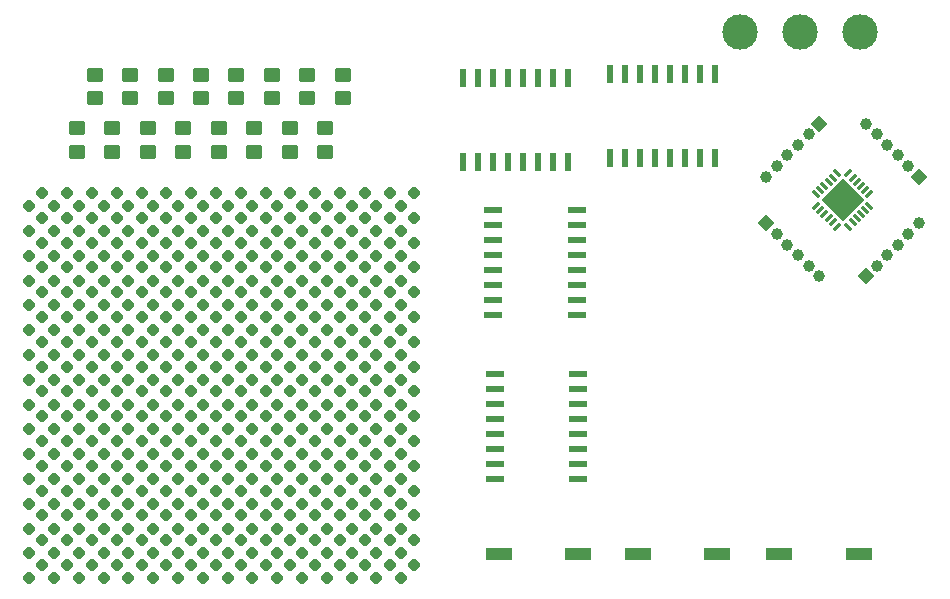
<source format=gbr>
%TF.GenerationSoftware,KiCad,Pcbnew,(6.0.5)*%
%TF.CreationDate,2022-07-14T17:11:25-07:00*%
%TF.ProjectId,PCBbuscard,50434262-7573-4636-9172-642e6b696361,rev?*%
%TF.SameCoordinates,Original*%
%TF.FileFunction,Soldermask,Top*%
%TF.FilePolarity,Negative*%
%FSLAX46Y46*%
G04 Gerber Fmt 4.6, Leading zero omitted, Abs format (unit mm)*
G04 Created by KiCad (PCBNEW (6.0.5)) date 2022-07-14 17:11:25*
%MOMM*%
%LPD*%
G01*
G04 APERTURE LIST*
G04 Aperture macros list*
%AMRoundRect*
0 Rectangle with rounded corners*
0 $1 Rounding radius*
0 $2 $3 $4 $5 $6 $7 $8 $9 X,Y pos of 4 corners*
0 Add a 4 corners polygon primitive as box body*
4,1,4,$2,$3,$4,$5,$6,$7,$8,$9,$2,$3,0*
0 Add four circle primitives for the rounded corners*
1,1,$1+$1,$2,$3*
1,1,$1+$1,$4,$5*
1,1,$1+$1,$6,$7*
1,1,$1+$1,$8,$9*
0 Add four rect primitives between the rounded corners*
20,1,$1+$1,$2,$3,$4,$5,0*
20,1,$1+$1,$4,$5,$6,$7,0*
20,1,$1+$1,$6,$7,$8,$9,0*
20,1,$1+$1,$8,$9,$2,$3,0*%
%AMHorizOval*
0 Thick line with rounded ends*
0 $1 width*
0 $2 $3 position (X,Y) of the first rounded end (center of the circle)*
0 $4 $5 position (X,Y) of the second rounded end (center of the circle)*
0 Add line between two ends*
20,1,$1,$2,$3,$4,$5,0*
0 Add two circle primitives to create the rounded ends*
1,1,$1,$2,$3*
1,1,$1,$4,$5*%
%AMRotRect*
0 Rectangle, with rotation*
0 The origin of the aperture is its center*
0 $1 length*
0 $2 width*
0 $3 Rotation angle, in degrees counterclockwise*
0 Add horizontal line*
21,1,$1,$2,0,0,$3*%
G04 Aperture macros list end*
%ADD10C,3.000000*%
%ADD11RoundRect,0.218750X0.026517X-0.335876X0.335876X-0.026517X-0.026517X0.335876X-0.335876X0.026517X0*%
%ADD12R,2.160000X1.120000*%
%ADD13RoundRect,0.250000X-0.450000X0.350000X-0.450000X-0.350000X0.450000X-0.350000X0.450000X0.350000X0*%
%ADD14R,1.500000X0.600000*%
%ADD15R,0.600000X1.500000*%
%ADD16RotRect,1.000000X1.000000X45.000000*%
%ADD17HorizOval,1.000000X0.000000X0.000000X0.000000X0.000000X0*%
%ADD18RotRect,1.000000X1.000000X315.000000*%
%ADD19HorizOval,1.000000X0.000000X0.000000X0.000000X0.000000X0*%
%ADD20RotRect,1.000000X1.000000X135.000000*%
%ADD21HorizOval,1.000000X0.000000X0.000000X0.000000X0.000000X0*%
%ADD22RoundRect,0.062500X0.291682X-0.203293X-0.203293X0.291682X-0.291682X0.203293X0.203293X-0.291682X0*%
%ADD23RoundRect,0.062500X0.291682X0.203293X0.203293X0.291682X-0.291682X-0.203293X-0.203293X-0.291682X0*%
%ADD24RotRect,2.600000X2.600000X135.000000*%
%ADD25RotRect,1.000000X1.000000X225.000000*%
%ADD26HorizOval,1.000000X0.000000X0.000000X0.000000X0.000000X0*%
G04 APERTURE END LIST*
D10*
%TO.C,TP1*%
X171380000Y-78750000D03*
%TD*%
%TO.C,TP2*%
X166300000Y-78750000D03*
%TD*%
%TO.C,TP3*%
X176460000Y-78750000D03*
%TD*%
D11*
%TO.C,D190*%
X133423153Y-116616847D03*
X134536847Y-115503153D03*
%TD*%
%TO.C,D7*%
X118723153Y-93516847D03*
X119836847Y-92403153D03*
%TD*%
%TO.C,D32*%
X137623153Y-95616847D03*
X138736847Y-94503153D03*
%TD*%
D12*
%TO.C,SW1*%
X152590000Y-123000000D03*
X145860000Y-123000000D03*
%TD*%
D11*
%TO.C,D69*%
X114523153Y-101916847D03*
X115636847Y-100803153D03*
%TD*%
%TO.C,D36*%
X112423153Y-97716847D03*
X113536847Y-96603153D03*
%TD*%
%TO.C,D129*%
X106123153Y-110316847D03*
X107236847Y-109203153D03*
%TD*%
%TO.C,D155*%
X127123153Y-112416847D03*
X128236847Y-111303153D03*
%TD*%
%TO.C,D132*%
X112423153Y-110316847D03*
X113536847Y-109203153D03*
%TD*%
%TO.C,D227*%
X110323153Y-122916847D03*
X111436847Y-121803153D03*
%TD*%
%TO.C,D28*%
X129223153Y-95616847D03*
X130336847Y-94503153D03*
%TD*%
%TO.C,D58*%
X125023153Y-99816847D03*
X126136847Y-98703153D03*
%TD*%
D13*
%TO.C,R12*%
X116175001Y-86900000D03*
X116175001Y-88900000D03*
%TD*%
D11*
%TO.C,D181*%
X114523153Y-116616847D03*
X115636847Y-115503153D03*
%TD*%
%TO.C,D163*%
X110323153Y-114516847D03*
X111436847Y-113403153D03*
%TD*%
%TO.C,D204*%
X129223153Y-118716847D03*
X130336847Y-117603153D03*
%TD*%
%TO.C,D235*%
X127123153Y-122916847D03*
X128236847Y-121803153D03*
%TD*%
%TO.C,D11*%
X127123153Y-93516847D03*
X128236847Y-92403153D03*
%TD*%
%TO.C,D164*%
X112423153Y-114516847D03*
X113536847Y-113403153D03*
%TD*%
%TO.C,D84*%
X112423153Y-104016847D03*
X113536847Y-102903153D03*
%TD*%
%TO.C,D38*%
X116623153Y-97716847D03*
X117736847Y-96603153D03*
%TD*%
%TO.C,D225*%
X106123153Y-122916847D03*
X107236847Y-121803153D03*
%TD*%
%TO.C,D186*%
X125023153Y-116616847D03*
X126136847Y-115503153D03*
%TD*%
%TO.C,D191*%
X135523153Y-116616847D03*
X136636847Y-115503153D03*
%TD*%
%TO.C,D1*%
X106123153Y-93516847D03*
X107236847Y-92403153D03*
%TD*%
%TO.C,D120*%
X120823153Y-108216847D03*
X121936847Y-107103153D03*
%TD*%
%TO.C,D18*%
X108223153Y-95616847D03*
X109336847Y-94503153D03*
%TD*%
D14*
%TO.C,U4*%
X145525000Y-107705000D03*
X145525000Y-108975000D03*
X145525000Y-110245000D03*
X145525000Y-111515000D03*
X145525000Y-112785000D03*
X145525000Y-114055000D03*
X145525000Y-115325000D03*
X145525000Y-116595000D03*
X152625000Y-116595000D03*
X152625000Y-115325000D03*
X152625000Y-114055000D03*
X152625000Y-112785000D03*
X152625000Y-111515000D03*
X152625000Y-110245000D03*
X152625000Y-108975000D03*
X152625000Y-107705000D03*
%TD*%
D11*
%TO.C,D184*%
X120823153Y-116616847D03*
X121936847Y-115503153D03*
%TD*%
%TO.C,D171*%
X127123153Y-114516847D03*
X128236847Y-113403153D03*
%TD*%
%TO.C,D65*%
X106123153Y-101916847D03*
X107236847Y-100803153D03*
%TD*%
%TO.C,D26*%
X125023153Y-95616847D03*
X126136847Y-94503153D03*
%TD*%
%TO.C,D57*%
X122923153Y-99816847D03*
X124036847Y-98703153D03*
%TD*%
%TO.C,D195*%
X110323153Y-118716847D03*
X111436847Y-117603153D03*
%TD*%
%TO.C,D97*%
X106123153Y-106116847D03*
X107236847Y-105003153D03*
%TD*%
%TO.C,D168*%
X120823153Y-114516847D03*
X121936847Y-113403153D03*
%TD*%
%TO.C,D179*%
X110323153Y-116616847D03*
X111436847Y-115503153D03*
%TD*%
%TO.C,D72*%
X120823153Y-101916847D03*
X121936847Y-100803153D03*
%TD*%
%TO.C,D220*%
X129223153Y-120816847D03*
X130336847Y-119703153D03*
%TD*%
%TO.C,D143*%
X135523153Y-110316847D03*
X136636847Y-109203153D03*
%TD*%
%TO.C,D8*%
X120823153Y-93516847D03*
X121936847Y-92403153D03*
%TD*%
%TO.C,D112*%
X137623153Y-106116847D03*
X138736847Y-105003153D03*
%TD*%
%TO.C,D255*%
X135523153Y-125016847D03*
X136636847Y-123903153D03*
%TD*%
%TO.C,D252*%
X129223153Y-125016847D03*
X130336847Y-123903153D03*
%TD*%
%TO.C,D60*%
X129223153Y-99816847D03*
X130336847Y-98703153D03*
%TD*%
%TO.C,D165*%
X114523153Y-114516847D03*
X115636847Y-113403153D03*
%TD*%
%TO.C,D148*%
X112423153Y-112416847D03*
X113536847Y-111303153D03*
%TD*%
%TO.C,D35*%
X110323153Y-97716847D03*
X111436847Y-96603153D03*
%TD*%
%TO.C,D210*%
X108223153Y-120816847D03*
X109336847Y-119703153D03*
%TD*%
%TO.C,D152*%
X120823153Y-112416847D03*
X121936847Y-111303153D03*
%TD*%
%TO.C,D105*%
X122923153Y-106116847D03*
X124036847Y-105003153D03*
%TD*%
%TO.C,D150*%
X116623153Y-112416847D03*
X117736847Y-111303153D03*
%TD*%
%TO.C,D228*%
X112423153Y-122916847D03*
X113536847Y-121803153D03*
%TD*%
%TO.C,D238*%
X133423153Y-122916847D03*
X134536847Y-121803153D03*
%TD*%
%TO.C,D153*%
X122923153Y-112416847D03*
X124036847Y-111303153D03*
%TD*%
%TO.C,D248*%
X120823153Y-125016847D03*
X121936847Y-123903153D03*
%TD*%
%TO.C,D200*%
X120823153Y-118716847D03*
X121936847Y-117603153D03*
%TD*%
%TO.C,D250*%
X125023153Y-125016847D03*
X126136847Y-123903153D03*
%TD*%
%TO.C,D211*%
X110323153Y-120816847D03*
X111436847Y-119703153D03*
%TD*%
D13*
%TO.C,R7*%
X123675000Y-82400000D03*
X123675000Y-84400000D03*
%TD*%
D11*
%TO.C,D182*%
X116623153Y-116616847D03*
X117736847Y-115503153D03*
%TD*%
%TO.C,D122*%
X125023153Y-108216847D03*
X126136847Y-107103153D03*
%TD*%
D12*
%TO.C,SW3*%
X176365000Y-123000000D03*
X169635000Y-123000000D03*
%TD*%
D11*
%TO.C,D128*%
X137623153Y-108216847D03*
X138736847Y-107103153D03*
%TD*%
%TO.C,D202*%
X125023153Y-118716847D03*
X126136847Y-117603153D03*
%TD*%
%TO.C,D223*%
X135523153Y-120816847D03*
X136636847Y-119703153D03*
%TD*%
%TO.C,D208*%
X137623153Y-118716847D03*
X138736847Y-117603153D03*
%TD*%
%TO.C,D6*%
X116623153Y-93516847D03*
X117736847Y-92403153D03*
%TD*%
%TO.C,D149*%
X114523153Y-112416847D03*
X115636847Y-111303153D03*
%TD*%
%TO.C,D2*%
X108223153Y-93516847D03*
X109336847Y-92403153D03*
%TD*%
%TO.C,D118*%
X116623153Y-108216847D03*
X117736847Y-107103153D03*
%TD*%
%TO.C,D70*%
X116623153Y-101916847D03*
X117736847Y-100803153D03*
%TD*%
%TO.C,D170*%
X125023153Y-114516847D03*
X126136847Y-113403153D03*
%TD*%
%TO.C,D131*%
X110323153Y-110316847D03*
X111436847Y-109203153D03*
%TD*%
%TO.C,D147*%
X110323153Y-112416847D03*
X111436847Y-111303153D03*
%TD*%
%TO.C,D61*%
X132436847Y-98703153D03*
X131323153Y-99816847D03*
%TD*%
%TO.C,D175*%
X135523153Y-114516847D03*
X136636847Y-113403153D03*
%TD*%
%TO.C,D139*%
X127123153Y-110316847D03*
X128236847Y-109203153D03*
%TD*%
%TO.C,D240*%
X137623153Y-122916847D03*
X138736847Y-121803153D03*
%TD*%
%TO.C,D127*%
X135523153Y-108216847D03*
X136636847Y-107103153D03*
%TD*%
%TO.C,D50*%
X108223153Y-99816847D03*
X109336847Y-98703153D03*
%TD*%
%TO.C,D205*%
X132436847Y-117603153D03*
X131323153Y-118716847D03*
%TD*%
%TO.C,D154*%
X125023153Y-112416847D03*
X126136847Y-111303153D03*
%TD*%
%TO.C,D90*%
X125023153Y-104016847D03*
X126136847Y-102903153D03*
%TD*%
%TO.C,D229*%
X114523153Y-122916847D03*
X115636847Y-121803153D03*
%TD*%
%TO.C,D16*%
X137623153Y-93516847D03*
X138736847Y-92403153D03*
%TD*%
%TO.C,D251*%
X127123153Y-125016847D03*
X128236847Y-123903153D03*
%TD*%
%TO.C,D41*%
X122923153Y-97716847D03*
X124036847Y-96603153D03*
%TD*%
%TO.C,D124*%
X129223153Y-108216847D03*
X130336847Y-107103153D03*
%TD*%
%TO.C,D3*%
X110323153Y-93516847D03*
X111436847Y-92403153D03*
%TD*%
%TO.C,D46*%
X133423153Y-97716847D03*
X134536847Y-96603153D03*
%TD*%
D13*
%TO.C,R2*%
X131175000Y-86900000D03*
X131175000Y-88900000D03*
%TD*%
D11*
%TO.C,D206*%
X133423153Y-118716847D03*
X134536847Y-117603153D03*
%TD*%
%TO.C,D162*%
X108223153Y-114516847D03*
X109336847Y-113403153D03*
%TD*%
%TO.C,D13*%
X132436847Y-92403153D03*
X131323153Y-93516847D03*
%TD*%
%TO.C,D207*%
X135523153Y-118716847D03*
X136636847Y-117603153D03*
%TD*%
%TO.C,D233*%
X122923153Y-122916847D03*
X124036847Y-121803153D03*
%TD*%
%TO.C,D103*%
X118723153Y-106116847D03*
X119836847Y-105003153D03*
%TD*%
%TO.C,D83*%
X110323153Y-104016847D03*
X111436847Y-102903153D03*
%TD*%
%TO.C,D29*%
X132436847Y-94503153D03*
X131323153Y-95616847D03*
%TD*%
%TO.C,D123*%
X127123153Y-108216847D03*
X128236847Y-107103153D03*
%TD*%
%TO.C,D55*%
X118723153Y-99816847D03*
X119836847Y-98703153D03*
%TD*%
%TO.C,D87*%
X118723153Y-104016847D03*
X119836847Y-102903153D03*
%TD*%
%TO.C,D231*%
X118723153Y-122916847D03*
X119836847Y-121803153D03*
%TD*%
%TO.C,D62*%
X133423153Y-99816847D03*
X134536847Y-98703153D03*
%TD*%
%TO.C,D116*%
X112423153Y-108216847D03*
X113536847Y-107103153D03*
%TD*%
%TO.C,D31*%
X135523153Y-95616847D03*
X136636847Y-94503153D03*
%TD*%
%TO.C,D88*%
X120823153Y-104016847D03*
X121936847Y-102903153D03*
%TD*%
%TO.C,D161*%
X106123153Y-114516847D03*
X107236847Y-113403153D03*
%TD*%
%TO.C,D85*%
X114523153Y-104016847D03*
X115636847Y-102903153D03*
%TD*%
%TO.C,D215*%
X118723153Y-120816847D03*
X119836847Y-119703153D03*
%TD*%
%TO.C,D203*%
X127123153Y-118716847D03*
X128236847Y-117603153D03*
%TD*%
%TO.C,D101*%
X114523153Y-106116847D03*
X115636847Y-105003153D03*
%TD*%
%TO.C,D10*%
X125023153Y-93516847D03*
X126136847Y-92403153D03*
%TD*%
%TO.C,D27*%
X127123153Y-95616847D03*
X128236847Y-94503153D03*
%TD*%
%TO.C,D114*%
X108223153Y-108216847D03*
X109336847Y-107103153D03*
%TD*%
%TO.C,D253*%
X132436847Y-123903153D03*
X131323153Y-125016847D03*
%TD*%
%TO.C,D82*%
X108223153Y-104016847D03*
X109336847Y-102903153D03*
%TD*%
%TO.C,D109*%
X132436847Y-105003153D03*
X131323153Y-106116847D03*
%TD*%
%TO.C,D236*%
X129223153Y-122916847D03*
X130336847Y-121803153D03*
%TD*%
%TO.C,D226*%
X108223153Y-122916847D03*
X109336847Y-121803153D03*
%TD*%
%TO.C,D232*%
X120823153Y-122916847D03*
X121936847Y-121803153D03*
%TD*%
%TO.C,D74*%
X125023153Y-101916847D03*
X126136847Y-100803153D03*
%TD*%
D13*
%TO.C,R9*%
X120675001Y-82400000D03*
X120675001Y-84400000D03*
%TD*%
D11*
%TO.C,D67*%
X110323153Y-101916847D03*
X111436847Y-100803153D03*
%TD*%
%TO.C,D33*%
X106123153Y-97716847D03*
X107236847Y-96603153D03*
%TD*%
%TO.C,D140*%
X129223153Y-110316847D03*
X130336847Y-109203153D03*
%TD*%
%TO.C,D71*%
X118723153Y-101916847D03*
X119836847Y-100803153D03*
%TD*%
%TO.C,D66*%
X108223153Y-101916847D03*
X109336847Y-100803153D03*
%TD*%
%TO.C,D104*%
X120823153Y-106116847D03*
X121936847Y-105003153D03*
%TD*%
%TO.C,D209*%
X106123153Y-120816847D03*
X107236847Y-119703153D03*
%TD*%
%TO.C,D78*%
X133423153Y-101916847D03*
X134536847Y-100803153D03*
%TD*%
D15*
%TO.C,U1*%
X164170000Y-82325000D03*
X162900000Y-82325000D03*
X161630000Y-82325000D03*
X160360000Y-82325000D03*
X159090000Y-82325000D03*
X157820000Y-82325000D03*
X156550000Y-82325000D03*
X155280000Y-82325000D03*
X155280000Y-89425000D03*
X156550000Y-89425000D03*
X157820000Y-89425000D03*
X159090000Y-89425000D03*
X160360000Y-89425000D03*
X161630000Y-89425000D03*
X162900000Y-89425000D03*
X164170000Y-89425000D03*
%TD*%
D11*
%TO.C,D136*%
X120823153Y-110316847D03*
X121936847Y-109203153D03*
%TD*%
%TO.C,D99*%
X110323153Y-106116847D03*
X111436847Y-105003153D03*
%TD*%
%TO.C,D102*%
X116623153Y-106116847D03*
X117736847Y-105003153D03*
%TD*%
%TO.C,D111*%
X135523153Y-106116847D03*
X136636847Y-105003153D03*
%TD*%
%TO.C,D135*%
X118723153Y-110316847D03*
X119836847Y-109203153D03*
%TD*%
D16*
%TO.C,J15*%
X168529973Y-94979899D03*
D17*
X169427999Y-95877925D03*
X170326024Y-96775950D03*
X171224050Y-97673976D03*
X172122075Y-98572001D03*
X173020101Y-99470027D03*
%TD*%
D11*
%TO.C,D37*%
X114523153Y-97716847D03*
X115636847Y-96603153D03*
%TD*%
%TO.C,D241*%
X106123153Y-125016847D03*
X107236847Y-123903153D03*
%TD*%
D13*
%TO.C,R11*%
X117675001Y-82400000D03*
X117675001Y-84400000D03*
%TD*%
D18*
%TO.C,J18*%
X173020101Y-86529973D03*
D19*
X172122075Y-87427999D03*
X171224050Y-88326024D03*
X170326024Y-89224050D03*
X169427999Y-90122075D03*
X168529973Y-91020101D03*
%TD*%
D11*
%TO.C,D53*%
X114523153Y-99816847D03*
X115636847Y-98703153D03*
%TD*%
%TO.C,D15*%
X135523153Y-93516847D03*
X136636847Y-92403153D03*
%TD*%
D14*
%TO.C,U3*%
X145375000Y-93855000D03*
X145375000Y-95125000D03*
X145375000Y-96395000D03*
X145375000Y-97665000D03*
X145375000Y-98935000D03*
X145375000Y-100205000D03*
X145375000Y-101475000D03*
X145375000Y-102745000D03*
X152475000Y-102745000D03*
X152475000Y-101475000D03*
X152475000Y-100205000D03*
X152475000Y-98935000D03*
X152475000Y-97665000D03*
X152475000Y-96395000D03*
X152475000Y-95125000D03*
X152475000Y-93855000D03*
%TD*%
D11*
%TO.C,D4*%
X112423153Y-93516847D03*
X113536847Y-92403153D03*
%TD*%
%TO.C,D100*%
X112423153Y-106116847D03*
X113536847Y-105003153D03*
%TD*%
D13*
%TO.C,R6*%
X125175001Y-86900000D03*
X125175001Y-88900000D03*
%TD*%
D11*
%TO.C,D187*%
X127123153Y-116616847D03*
X128236847Y-115503153D03*
%TD*%
%TO.C,D56*%
X120823153Y-99816847D03*
X121936847Y-98703153D03*
%TD*%
%TO.C,D24*%
X120823153Y-95616847D03*
X121936847Y-94503153D03*
%TD*%
%TO.C,D166*%
X116623153Y-114516847D03*
X117736847Y-113403153D03*
%TD*%
%TO.C,D249*%
X122923153Y-125016847D03*
X124036847Y-123903153D03*
%TD*%
%TO.C,D68*%
X112423153Y-101916847D03*
X113536847Y-100803153D03*
%TD*%
D13*
%TO.C,R8*%
X122174999Y-86900000D03*
X122174999Y-88900000D03*
%TD*%
D11*
%TO.C,D224*%
X137623153Y-120816847D03*
X138736847Y-119703153D03*
%TD*%
%TO.C,D158*%
X133423153Y-112416847D03*
X134536847Y-111303153D03*
%TD*%
%TO.C,D246*%
X116623153Y-125016847D03*
X117736847Y-123903153D03*
%TD*%
%TO.C,D75*%
X127123153Y-101916847D03*
X128236847Y-100803153D03*
%TD*%
%TO.C,D119*%
X118723153Y-108216847D03*
X119836847Y-107103153D03*
%TD*%
%TO.C,D198*%
X116623153Y-118716847D03*
X117736847Y-117603153D03*
%TD*%
%TO.C,D176*%
X137623153Y-114516847D03*
X138736847Y-113403153D03*
%TD*%
%TO.C,D9*%
X122923153Y-93516847D03*
X124036847Y-92403153D03*
%TD*%
%TO.C,D137*%
X122923153Y-110316847D03*
X124036847Y-109203153D03*
%TD*%
%TO.C,D43*%
X127123153Y-97716847D03*
X128236847Y-96603153D03*
%TD*%
%TO.C,D63*%
X135523153Y-99816847D03*
X136636847Y-98703153D03*
%TD*%
%TO.C,D174*%
X133423153Y-114516847D03*
X134536847Y-113403153D03*
%TD*%
%TO.C,D92*%
X129223153Y-104016847D03*
X130336847Y-102903153D03*
%TD*%
%TO.C,D185*%
X122923153Y-116616847D03*
X124036847Y-115503153D03*
%TD*%
%TO.C,D142*%
X133423153Y-110316847D03*
X134536847Y-109203153D03*
%TD*%
%TO.C,D193*%
X106123153Y-118716847D03*
X107236847Y-117603153D03*
%TD*%
%TO.C,D40*%
X120823153Y-97716847D03*
X121936847Y-96603153D03*
%TD*%
%TO.C,D244*%
X112423153Y-125016847D03*
X113536847Y-123903153D03*
%TD*%
%TO.C,D94*%
X133423153Y-104016847D03*
X134536847Y-102903153D03*
%TD*%
%TO.C,D243*%
X110323153Y-125016847D03*
X111436847Y-123903153D03*
%TD*%
%TO.C,D216*%
X120823153Y-120816847D03*
X121936847Y-119703153D03*
%TD*%
%TO.C,D156*%
X129223153Y-112416847D03*
X130336847Y-111303153D03*
%TD*%
%TO.C,D14*%
X133423153Y-93516847D03*
X134536847Y-92403153D03*
%TD*%
%TO.C,D239*%
X135523153Y-122916847D03*
X136636847Y-121803153D03*
%TD*%
%TO.C,D177*%
X106123153Y-116616847D03*
X107236847Y-115503153D03*
%TD*%
%TO.C,D245*%
X114523153Y-125016847D03*
X115636847Y-123903153D03*
%TD*%
%TO.C,D230*%
X116623153Y-122916847D03*
X117736847Y-121803153D03*
%TD*%
%TO.C,D222*%
X133423153Y-120816847D03*
X134536847Y-119703153D03*
%TD*%
%TO.C,D51*%
X110323153Y-99816847D03*
X111436847Y-98703153D03*
%TD*%
%TO.C,D167*%
X118723153Y-114516847D03*
X119836847Y-113403153D03*
%TD*%
%TO.C,D76*%
X129223153Y-101916847D03*
X130336847Y-100803153D03*
%TD*%
%TO.C,D138*%
X125023153Y-110316847D03*
X126136847Y-109203153D03*
%TD*%
D13*
%TO.C,R13*%
X114675001Y-82400000D03*
X114675001Y-84400000D03*
%TD*%
D11*
%TO.C,D77*%
X132436847Y-100803153D03*
X131323153Y-101916847D03*
%TD*%
%TO.C,D23*%
X118723153Y-95616847D03*
X119836847Y-94503153D03*
%TD*%
%TO.C,D81*%
X106123153Y-104016847D03*
X107236847Y-102903153D03*
%TD*%
%TO.C,D172*%
X129223153Y-114516847D03*
X130336847Y-113403153D03*
%TD*%
%TO.C,D213*%
X114523153Y-120816847D03*
X115636847Y-119703153D03*
%TD*%
%TO.C,D247*%
X118723153Y-125016847D03*
X119836847Y-123903153D03*
%TD*%
%TO.C,D146*%
X108223153Y-112416847D03*
X109336847Y-111303153D03*
%TD*%
%TO.C,D44*%
X129223153Y-97716847D03*
X130336847Y-96603153D03*
%TD*%
%TO.C,D79*%
X135523153Y-101916847D03*
X136636847Y-100803153D03*
%TD*%
%TO.C,D145*%
X106123153Y-112416847D03*
X107236847Y-111303153D03*
%TD*%
D15*
%TO.C,U2*%
X151745000Y-82650000D03*
X150475000Y-82650000D03*
X149205000Y-82650000D03*
X147935000Y-82650000D03*
X146665000Y-82650000D03*
X145395000Y-82650000D03*
X144125000Y-82650000D03*
X142855000Y-82650000D03*
X142855000Y-89750000D03*
X144125000Y-89750000D03*
X145395000Y-89750000D03*
X146665000Y-89750000D03*
X147935000Y-89750000D03*
X149205000Y-89750000D03*
X150475000Y-89750000D03*
X151745000Y-89750000D03*
%TD*%
D11*
%TO.C,D126*%
X133423153Y-108216847D03*
X134536847Y-107103153D03*
%TD*%
%TO.C,D256*%
X137623153Y-125016847D03*
X138736847Y-123903153D03*
%TD*%
D13*
%TO.C,R10*%
X119175001Y-86900000D03*
X119175001Y-88900000D03*
%TD*%
D11*
%TO.C,D42*%
X125023153Y-97716847D03*
X126136847Y-96603153D03*
%TD*%
%TO.C,D107*%
X127123153Y-106116847D03*
X128236847Y-105003153D03*
%TD*%
%TO.C,D160*%
X137623153Y-112416847D03*
X138736847Y-111303153D03*
%TD*%
%TO.C,D95*%
X135523153Y-104016847D03*
X136636847Y-102903153D03*
%TD*%
%TO.C,D242*%
X108223153Y-125016847D03*
X109336847Y-123903153D03*
%TD*%
D13*
%TO.C,R3*%
X129675001Y-82400000D03*
X129675001Y-84400000D03*
%TD*%
D11*
%TO.C,D52*%
X112423153Y-99816847D03*
X113536847Y-98703153D03*
%TD*%
%TO.C,D221*%
X132436847Y-119703153D03*
X131323153Y-120816847D03*
%TD*%
D13*
%TO.C,R5*%
X126675001Y-82400000D03*
X126675001Y-84400000D03*
%TD*%
D11*
%TO.C,D117*%
X114523153Y-108216847D03*
X115636847Y-107103153D03*
%TD*%
%TO.C,D108*%
X129223153Y-106116847D03*
X130336847Y-105003153D03*
%TD*%
%TO.C,D110*%
X133423153Y-106116847D03*
X134536847Y-105003153D03*
%TD*%
%TO.C,D86*%
X116623153Y-104016847D03*
X117736847Y-102903153D03*
%TD*%
%TO.C,D30*%
X133423153Y-95616847D03*
X134536847Y-94503153D03*
%TD*%
%TO.C,D54*%
X116623153Y-99816847D03*
X117736847Y-98703153D03*
%TD*%
%TO.C,D197*%
X114523153Y-118716847D03*
X115636847Y-117603153D03*
%TD*%
%TO.C,D183*%
X118723153Y-116616847D03*
X119836847Y-115503153D03*
%TD*%
D13*
%TO.C,R1*%
X132675001Y-82400000D03*
X132675001Y-84400000D03*
%TD*%
D11*
%TO.C,D237*%
X132436847Y-121803153D03*
X131323153Y-122916847D03*
%TD*%
%TO.C,D234*%
X125023153Y-122916847D03*
X126136847Y-121803153D03*
%TD*%
%TO.C,D22*%
X116623153Y-95616847D03*
X117736847Y-94503153D03*
%TD*%
%TO.C,D188*%
X129223153Y-116616847D03*
X130336847Y-115503153D03*
%TD*%
%TO.C,D80*%
X137623153Y-101916847D03*
X138736847Y-100803153D03*
%TD*%
%TO.C,D254*%
X133423153Y-125016847D03*
X134536847Y-123903153D03*
%TD*%
%TO.C,D5*%
X114523153Y-93516847D03*
X115636847Y-92403153D03*
%TD*%
%TO.C,D196*%
X112423153Y-118716847D03*
X113536847Y-117603153D03*
%TD*%
%TO.C,D113*%
X106123153Y-108216847D03*
X107236847Y-107103153D03*
%TD*%
%TO.C,D219*%
X127123153Y-120816847D03*
X128236847Y-119703153D03*
%TD*%
%TO.C,D73*%
X122923153Y-101916847D03*
X124036847Y-100803153D03*
%TD*%
%TO.C,D25*%
X122923153Y-95616847D03*
X124036847Y-94503153D03*
%TD*%
%TO.C,D214*%
X116623153Y-120816847D03*
X117736847Y-119703153D03*
%TD*%
%TO.C,D141*%
X132436847Y-109203153D03*
X131323153Y-110316847D03*
%TD*%
%TO.C,D91*%
X127123153Y-104016847D03*
X128236847Y-102903153D03*
%TD*%
%TO.C,D159*%
X135523153Y-112416847D03*
X136636847Y-111303153D03*
%TD*%
D13*
%TO.C,R4*%
X128175001Y-88900000D03*
X128175001Y-86900000D03*
%TD*%
D20*
%TO.C,J7*%
X176979900Y-99470028D03*
D21*
X177877926Y-98572002D03*
X178775951Y-97673977D03*
X179673977Y-96775951D03*
X180572002Y-95877926D03*
X181470028Y-94979900D03*
%TD*%
D11*
%TO.C,D89*%
X122923153Y-104016847D03*
X124036847Y-102903153D03*
%TD*%
%TO.C,D199*%
X118723153Y-118716847D03*
X119836847Y-117603153D03*
%TD*%
D13*
%TO.C,R15*%
X111675001Y-82400000D03*
X111675001Y-84400000D03*
%TD*%
D11*
%TO.C,D144*%
X137623153Y-110316847D03*
X138736847Y-109203153D03*
%TD*%
%TO.C,D39*%
X118723153Y-97716847D03*
X119836847Y-96603153D03*
%TD*%
%TO.C,D189*%
X132436847Y-115503153D03*
X131323153Y-116616847D03*
%TD*%
%TO.C,D106*%
X125023153Y-106116847D03*
X126136847Y-105003153D03*
%TD*%
%TO.C,D212*%
X112423153Y-120816847D03*
X113536847Y-119703153D03*
%TD*%
%TO.C,D180*%
X112423153Y-116616847D03*
X113536847Y-115503153D03*
%TD*%
D13*
%TO.C,R14*%
X113174999Y-86900000D03*
X113174999Y-88900000D03*
%TD*%
D11*
%TO.C,D96*%
X137623153Y-104016847D03*
X138736847Y-102903153D03*
%TD*%
%TO.C,D45*%
X132436847Y-96603153D03*
X131323153Y-97716847D03*
%TD*%
D22*
%TO.C,U5*%
X175486136Y-95253903D03*
X175839689Y-94900349D03*
X176193243Y-94546796D03*
X176546796Y-94193243D03*
X176900349Y-93839689D03*
X177253903Y-93486136D03*
D23*
X177253903Y-92513864D03*
X176900349Y-92160311D03*
X176546796Y-91806757D03*
X176193243Y-91453204D03*
X175839689Y-91099651D03*
X175486136Y-90746097D03*
D22*
X174513864Y-90746097D03*
X174160311Y-91099651D03*
X173806757Y-91453204D03*
X173453204Y-91806757D03*
X173099651Y-92160311D03*
X172746097Y-92513864D03*
D23*
X172746097Y-93486136D03*
X173099651Y-93839689D03*
X173453204Y-94193243D03*
X173806757Y-94546796D03*
X174160311Y-94900349D03*
X174513864Y-95253903D03*
D24*
X175000000Y-93000000D03*
%TD*%
D11*
%TO.C,D20*%
X112423153Y-95616847D03*
X113536847Y-94503153D03*
%TD*%
%TO.C,D21*%
X114523153Y-95616847D03*
X115636847Y-94503153D03*
%TD*%
%TO.C,D157*%
X132436847Y-111303153D03*
X131323153Y-112416847D03*
%TD*%
%TO.C,D218*%
X125023153Y-120816847D03*
X126136847Y-119703153D03*
%TD*%
%TO.C,D64*%
X137623153Y-99816847D03*
X138736847Y-98703153D03*
%TD*%
%TO.C,D19*%
X110323153Y-95616847D03*
X111436847Y-94503153D03*
%TD*%
%TO.C,D133*%
X114523153Y-110316847D03*
X115636847Y-109203153D03*
%TD*%
D13*
%TO.C,R16*%
X110175001Y-86900000D03*
X110175001Y-88900000D03*
%TD*%
D11*
%TO.C,D17*%
X106123153Y-95616847D03*
X107236847Y-94503153D03*
%TD*%
%TO.C,D173*%
X132436847Y-113403153D03*
X131323153Y-114516847D03*
%TD*%
%TO.C,D115*%
X110323153Y-108216847D03*
X111436847Y-107103153D03*
%TD*%
%TO.C,D48*%
X137623153Y-97716847D03*
X138736847Y-96603153D03*
%TD*%
%TO.C,D47*%
X135523153Y-97716847D03*
X136636847Y-96603153D03*
%TD*%
%TO.C,D151*%
X118723153Y-112416847D03*
X119836847Y-111303153D03*
%TD*%
D25*
%TO.C,J14*%
X181470028Y-91020102D03*
D26*
X180572002Y-90122076D03*
X179673977Y-89224051D03*
X178775951Y-88326025D03*
X177877926Y-87428000D03*
X176979900Y-86529974D03*
%TD*%
D11*
%TO.C,D49*%
X106123153Y-99816847D03*
X107236847Y-98703153D03*
%TD*%
%TO.C,D93*%
X132436847Y-102903153D03*
X131323153Y-104016847D03*
%TD*%
%TO.C,D34*%
X108223153Y-97716847D03*
X109336847Y-96603153D03*
%TD*%
%TO.C,D169*%
X122923153Y-114516847D03*
X124036847Y-113403153D03*
%TD*%
%TO.C,D192*%
X137623153Y-116616847D03*
X138736847Y-115503153D03*
%TD*%
%TO.C,D130*%
X108223153Y-110316847D03*
X109336847Y-109203153D03*
%TD*%
D12*
%TO.C,SW2*%
X157635000Y-123000000D03*
X164365000Y-123000000D03*
%TD*%
D11*
%TO.C,D134*%
X116623153Y-110316847D03*
X117736847Y-109203153D03*
%TD*%
%TO.C,D98*%
X108223153Y-106116847D03*
X109336847Y-105003153D03*
%TD*%
%TO.C,D194*%
X108223153Y-118716847D03*
X109336847Y-117603153D03*
%TD*%
%TO.C,D125*%
X132436847Y-107103153D03*
X131323153Y-108216847D03*
%TD*%
%TO.C,D178*%
X108223153Y-116616847D03*
X109336847Y-115503153D03*
%TD*%
%TO.C,D12*%
X129223153Y-93516847D03*
X130336847Y-92403153D03*
%TD*%
%TO.C,D121*%
X122923153Y-108216847D03*
X124036847Y-107103153D03*
%TD*%
%TO.C,D59*%
X127123153Y-99816847D03*
X128236847Y-98703153D03*
%TD*%
%TO.C,D217*%
X122923153Y-120816847D03*
X124036847Y-119703153D03*
%TD*%
%TO.C,D201*%
X122923153Y-118716847D03*
X124036847Y-117603153D03*
%TD*%
M02*

</source>
